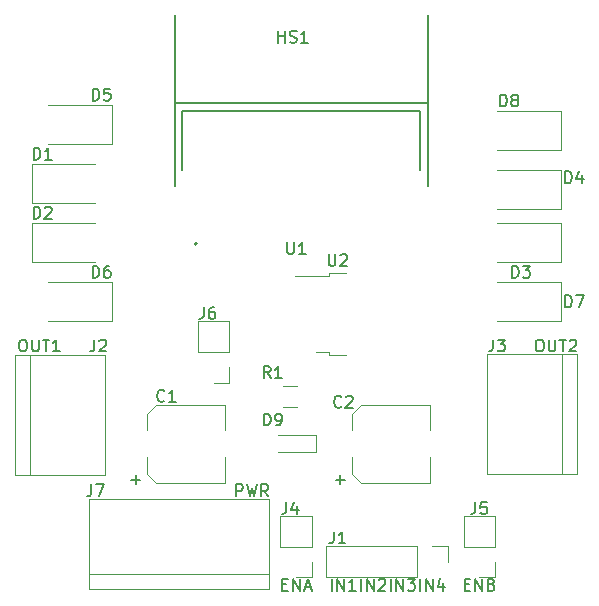
<source format=gbr>
%TF.GenerationSoftware,KiCad,Pcbnew,(5.1.10)-1*%
%TF.CreationDate,2021-10-13T16:11:29-06:00*%
%TF.ProjectId,ReplicaDriverPuenteHL298,5265706c-6963-4614-9472-697665725075,1.0*%
%TF.SameCoordinates,Original*%
%TF.FileFunction,Legend,Top*%
%TF.FilePolarity,Positive*%
%FSLAX46Y46*%
G04 Gerber Fmt 4.6, Leading zero omitted, Abs format (unit mm)*
G04 Created by KiCad (PCBNEW (5.1.10)-1) date 2021-10-13 16:11:29*
%MOMM*%
%LPD*%
G01*
G04 APERTURE LIST*
%ADD10C,0.150000*%
%ADD11C,0.120000*%
%ADD12C,0.127000*%
%ADD13C,0.200000*%
G04 APERTURE END LIST*
D10*
X171023809Y-98702380D02*
X171214285Y-98702380D01*
X171309523Y-98750000D01*
X171404761Y-98845238D01*
X171452380Y-99035714D01*
X171452380Y-99369047D01*
X171404761Y-99559523D01*
X171309523Y-99654761D01*
X171214285Y-99702380D01*
X171023809Y-99702380D01*
X170928571Y-99654761D01*
X170833333Y-99559523D01*
X170785714Y-99369047D01*
X170785714Y-99035714D01*
X170833333Y-98845238D01*
X170928571Y-98750000D01*
X171023809Y-98702380D01*
X171880952Y-98702380D02*
X171880952Y-99511904D01*
X171928571Y-99607142D01*
X171976190Y-99654761D01*
X172071428Y-99702380D01*
X172261904Y-99702380D01*
X172357142Y-99654761D01*
X172404761Y-99607142D01*
X172452380Y-99511904D01*
X172452380Y-98702380D01*
X172785714Y-98702380D02*
X173357142Y-98702380D01*
X173071428Y-99702380D02*
X173071428Y-98702380D01*
X173642857Y-98797619D02*
X173690476Y-98750000D01*
X173785714Y-98702380D01*
X174023809Y-98702380D01*
X174119047Y-98750000D01*
X174166666Y-98797619D01*
X174214285Y-98892857D01*
X174214285Y-98988095D01*
X174166666Y-99130952D01*
X173595238Y-99702380D01*
X174214285Y-99702380D01*
X127273809Y-98702380D02*
X127464285Y-98702380D01*
X127559523Y-98750000D01*
X127654761Y-98845238D01*
X127702380Y-99035714D01*
X127702380Y-99369047D01*
X127654761Y-99559523D01*
X127559523Y-99654761D01*
X127464285Y-99702380D01*
X127273809Y-99702380D01*
X127178571Y-99654761D01*
X127083333Y-99559523D01*
X127035714Y-99369047D01*
X127035714Y-99035714D01*
X127083333Y-98845238D01*
X127178571Y-98750000D01*
X127273809Y-98702380D01*
X128130952Y-98702380D02*
X128130952Y-99511904D01*
X128178571Y-99607142D01*
X128226190Y-99654761D01*
X128321428Y-99702380D01*
X128511904Y-99702380D01*
X128607142Y-99654761D01*
X128654761Y-99607142D01*
X128702380Y-99511904D01*
X128702380Y-98702380D01*
X129035714Y-98702380D02*
X129607142Y-98702380D01*
X129321428Y-99702380D02*
X129321428Y-98702380D01*
X130464285Y-99702380D02*
X129892857Y-99702380D01*
X130178571Y-99702380D02*
X130178571Y-98702380D01*
X130083333Y-98845238D01*
X129988095Y-98940476D01*
X129892857Y-98988095D01*
X145416666Y-111952380D02*
X145416666Y-110952380D01*
X145797619Y-110952380D01*
X145892857Y-111000000D01*
X145940476Y-111047619D01*
X145988095Y-111142857D01*
X145988095Y-111285714D01*
X145940476Y-111380952D01*
X145892857Y-111428571D01*
X145797619Y-111476190D01*
X145416666Y-111476190D01*
X146321428Y-110952380D02*
X146559523Y-111952380D01*
X146750000Y-111238095D01*
X146940476Y-111952380D01*
X147178571Y-110952380D01*
X148130952Y-111952380D02*
X147797619Y-111476190D01*
X147559523Y-111952380D02*
X147559523Y-110952380D01*
X147940476Y-110952380D01*
X148035714Y-111000000D01*
X148083333Y-111047619D01*
X148130952Y-111142857D01*
X148130952Y-111285714D01*
X148083333Y-111380952D01*
X148035714Y-111428571D01*
X147940476Y-111476190D01*
X147559523Y-111476190D01*
X161000000Y-119952380D02*
X161000000Y-118952380D01*
X161476190Y-119952380D02*
X161476190Y-118952380D01*
X162047619Y-119952380D01*
X162047619Y-118952380D01*
X162952380Y-119285714D02*
X162952380Y-119952380D01*
X162714285Y-118904761D02*
X162476190Y-119619047D01*
X163095238Y-119619047D01*
X158500000Y-119952380D02*
X158500000Y-118952380D01*
X158976190Y-119952380D02*
X158976190Y-118952380D01*
X159547619Y-119952380D01*
X159547619Y-118952380D01*
X159928571Y-118952380D02*
X160547619Y-118952380D01*
X160214285Y-119333333D01*
X160357142Y-119333333D01*
X160452380Y-119380952D01*
X160500000Y-119428571D01*
X160547619Y-119523809D01*
X160547619Y-119761904D01*
X160500000Y-119857142D01*
X160452380Y-119904761D01*
X160357142Y-119952380D01*
X160071428Y-119952380D01*
X159976190Y-119904761D01*
X159928571Y-119857142D01*
X156000000Y-119952380D02*
X156000000Y-118952380D01*
X156476190Y-119952380D02*
X156476190Y-118952380D01*
X157047619Y-119952380D01*
X157047619Y-118952380D01*
X157476190Y-119047619D02*
X157523809Y-119000000D01*
X157619047Y-118952380D01*
X157857142Y-118952380D01*
X157952380Y-119000000D01*
X158000000Y-119047619D01*
X158047619Y-119142857D01*
X158047619Y-119238095D01*
X158000000Y-119380952D01*
X157428571Y-119952380D01*
X158047619Y-119952380D01*
X153500000Y-119952380D02*
X153500000Y-118952380D01*
X153976190Y-119952380D02*
X153976190Y-118952380D01*
X154547619Y-119952380D01*
X154547619Y-118952380D01*
X155547619Y-119952380D02*
X154976190Y-119952380D01*
X155261904Y-119952380D02*
X155261904Y-118952380D01*
X155166666Y-119095238D01*
X155071428Y-119190476D01*
X154976190Y-119238095D01*
X164761904Y-119428571D02*
X165095238Y-119428571D01*
X165238095Y-119952380D02*
X164761904Y-119952380D01*
X164761904Y-118952380D01*
X165238095Y-118952380D01*
X165666666Y-119952380D02*
X165666666Y-118952380D01*
X166238095Y-119952380D01*
X166238095Y-118952380D01*
X167047619Y-119428571D02*
X167190476Y-119476190D01*
X167238095Y-119523809D01*
X167285714Y-119619047D01*
X167285714Y-119761904D01*
X167238095Y-119857142D01*
X167190476Y-119904761D01*
X167095238Y-119952380D01*
X166714285Y-119952380D01*
X166714285Y-118952380D01*
X167047619Y-118952380D01*
X167142857Y-119000000D01*
X167190476Y-119047619D01*
X167238095Y-119142857D01*
X167238095Y-119238095D01*
X167190476Y-119333333D01*
X167142857Y-119380952D01*
X167047619Y-119428571D01*
X166714285Y-119428571D01*
X149333333Y-119428571D02*
X149666666Y-119428571D01*
X149809523Y-119952380D02*
X149333333Y-119952380D01*
X149333333Y-118952380D01*
X149809523Y-118952380D01*
X150238095Y-119952380D02*
X150238095Y-118952380D01*
X150809523Y-119952380D01*
X150809523Y-118952380D01*
X151238095Y-119666666D02*
X151714285Y-119666666D01*
X151142857Y-119952380D02*
X151476190Y-118952380D01*
X151809523Y-119952380D01*
%TO.C,HS1*%
X140200000Y-78700000D02*
X140200000Y-71200000D01*
X161700000Y-78700000D02*
X161700000Y-71200000D01*
X140200000Y-78700000D02*
X140200000Y-85700000D01*
X161700000Y-78700000D02*
X161700000Y-85700000D01*
X140200000Y-78700000D02*
X161700000Y-78700000D01*
D11*
%TO.C,C2*%
X161800000Y-110800000D02*
X161800000Y-108620000D01*
X161800000Y-104200000D02*
X161800000Y-106380000D01*
X155200000Y-110040000D02*
X155200000Y-108620000D01*
X155200000Y-104960000D02*
X155200000Y-106380000D01*
X161800000Y-110800000D02*
X155960000Y-110800000D01*
X155960000Y-110800000D02*
X155200000Y-110040000D01*
X155200000Y-104960000D02*
X155960000Y-104200000D01*
X155960000Y-104200000D02*
X161800000Y-104200000D01*
D12*
%TO.C,U1*%
X140790000Y-79370000D02*
X140790000Y-84370000D01*
X160990000Y-84370000D02*
X160990000Y-79370000D01*
X160990000Y-79370000D02*
X140790000Y-79370000D01*
D13*
X142100000Y-90590000D02*
G75*
G03*
X142100000Y-90590000I-100000J0D01*
G01*
D11*
%TO.C,C1*%
X138660000Y-104200000D02*
X144500000Y-104200000D01*
X137900000Y-104960000D02*
X138660000Y-104200000D01*
X138660000Y-110800000D02*
X137900000Y-110040000D01*
X144500000Y-110800000D02*
X138660000Y-110800000D01*
X137900000Y-104960000D02*
X137900000Y-106380000D01*
X137900000Y-110040000D02*
X137900000Y-108620000D01*
X144500000Y-104200000D02*
X144500000Y-106380000D01*
X144500000Y-110800000D02*
X144500000Y-108620000D01*
%TO.C,D1*%
X128100000Y-83850000D02*
X133500000Y-83850000D01*
X128100000Y-87150000D02*
X133500000Y-87150000D01*
X128100000Y-83850000D02*
X128100000Y-87150000D01*
%TO.C,D2*%
X128100000Y-88850000D02*
X128100000Y-92150000D01*
X128100000Y-92150000D02*
X133500000Y-92150000D01*
X128100000Y-88850000D02*
X133500000Y-88850000D01*
%TO.C,D3*%
X172900000Y-92150000D02*
X167500000Y-92150000D01*
X172900000Y-88850000D02*
X167500000Y-88850000D01*
X172900000Y-92150000D02*
X172900000Y-88850000D01*
%TO.C,D4*%
X172900000Y-87650000D02*
X172900000Y-84350000D01*
X172900000Y-84350000D02*
X167500000Y-84350000D01*
X172900000Y-87650000D02*
X167500000Y-87650000D01*
%TO.C,D5*%
X134900000Y-82150000D02*
X129500000Y-82150000D01*
X134900000Y-78850000D02*
X129500000Y-78850000D01*
X134900000Y-82150000D02*
X134900000Y-78850000D01*
%TO.C,D6*%
X134900000Y-97150000D02*
X134900000Y-93850000D01*
X134900000Y-93850000D02*
X129500000Y-93850000D01*
X134900000Y-97150000D02*
X129500000Y-97150000D01*
%TO.C,D7*%
X172900000Y-97150000D02*
X167500000Y-97150000D01*
X172900000Y-93850000D02*
X167500000Y-93850000D01*
X172900000Y-97150000D02*
X172900000Y-93850000D01*
%TO.C,D8*%
X172900000Y-82650000D02*
X172900000Y-79350000D01*
X172900000Y-79350000D02*
X167500000Y-79350000D01*
X172900000Y-82650000D02*
X167500000Y-82650000D01*
%TO.C,D9*%
X152200000Y-108250000D02*
X152200000Y-106750000D01*
X152200000Y-108250000D02*
X149000000Y-108250000D01*
X149000000Y-106750000D02*
X152200000Y-106750000D01*
%TO.C,J1*%
X163330000Y-116170000D02*
X163330000Y-117500000D01*
X162000000Y-116170000D02*
X163330000Y-116170000D01*
X160730000Y-116170000D02*
X160730000Y-118830000D01*
X160730000Y-118830000D02*
X153050000Y-118830000D01*
X160730000Y-116170000D02*
X153050000Y-116170000D01*
X153050000Y-116170000D02*
X153050000Y-118830000D01*
%TO.C,J2*%
X127960000Y-110120000D02*
X127960000Y-99960000D01*
X126690000Y-110120000D02*
X134310000Y-110120000D01*
X134310000Y-110120000D02*
X134310000Y-99960000D01*
X134310000Y-99960000D02*
X126690000Y-99960000D01*
X126690000Y-99960000D02*
X126690000Y-110120000D01*
%TO.C,J3*%
X174310000Y-110040000D02*
X174310000Y-99880000D01*
X166690000Y-110040000D02*
X174310000Y-110040000D01*
X166690000Y-99880000D02*
X166690000Y-110040000D01*
X174310000Y-99880000D02*
X166690000Y-99880000D01*
X173040000Y-99880000D02*
X173040000Y-110040000D01*
%TO.C,J4*%
X151830000Y-118830000D02*
X150500000Y-118830000D01*
X151830000Y-117500000D02*
X151830000Y-118830000D01*
X151830000Y-116230000D02*
X149170000Y-116230000D01*
X149170000Y-116230000D02*
X149170000Y-113630000D01*
X151830000Y-116230000D02*
X151830000Y-113630000D01*
X151830000Y-113630000D02*
X149170000Y-113630000D01*
%TO.C,J5*%
X167330000Y-118830000D02*
X166000000Y-118830000D01*
X167330000Y-117500000D02*
X167330000Y-118830000D01*
X167330000Y-116230000D02*
X164670000Y-116230000D01*
X164670000Y-116230000D02*
X164670000Y-113630000D01*
X167330000Y-116230000D02*
X167330000Y-113630000D01*
X167330000Y-113630000D02*
X164670000Y-113630000D01*
%TO.C,J6*%
X144830000Y-97130000D02*
X142170000Y-97130000D01*
X144830000Y-99730000D02*
X144830000Y-97130000D01*
X142170000Y-99730000D02*
X142170000Y-97130000D01*
X144830000Y-99730000D02*
X142170000Y-99730000D01*
X144830000Y-101000000D02*
X144830000Y-102330000D01*
X144830000Y-102330000D02*
X143500000Y-102330000D01*
%TO.C,J7*%
X132960000Y-119810000D02*
X148200000Y-119810000D01*
X132960000Y-112190000D02*
X148200000Y-112190000D01*
X132960000Y-118540000D02*
X148200000Y-118540000D01*
X148200000Y-119810000D02*
X148200000Y-112190000D01*
X132960000Y-119810000D02*
X132960000Y-112190000D01*
%TO.C,R1*%
X150600000Y-104380000D02*
X149400000Y-104380000D01*
X149400000Y-102620000D02*
X150600000Y-102620000D01*
%TO.C,U2*%
X153255000Y-99705000D02*
X152155000Y-99705000D01*
X153255000Y-99975000D02*
X153255000Y-99705000D01*
X154755000Y-99975000D02*
X153255000Y-99975000D01*
X153255000Y-93345000D02*
X150425000Y-93345000D01*
X153255000Y-93075000D02*
X153255000Y-93345000D01*
X154755000Y-93075000D02*
X153255000Y-93075000D01*
%TO.C,HS1*%
D10*
X148961904Y-73552380D02*
X148961904Y-72552380D01*
X148961904Y-73028571D02*
X149533333Y-73028571D01*
X149533333Y-73552380D02*
X149533333Y-72552380D01*
X149961904Y-73504761D02*
X150104761Y-73552380D01*
X150342857Y-73552380D01*
X150438095Y-73504761D01*
X150485714Y-73457142D01*
X150533333Y-73361904D01*
X150533333Y-73266666D01*
X150485714Y-73171428D01*
X150438095Y-73123809D01*
X150342857Y-73076190D01*
X150152380Y-73028571D01*
X150057142Y-72980952D01*
X150009523Y-72933333D01*
X149961904Y-72838095D01*
X149961904Y-72742857D01*
X150009523Y-72647619D01*
X150057142Y-72600000D01*
X150152380Y-72552380D01*
X150390476Y-72552380D01*
X150533333Y-72600000D01*
X151485714Y-73552380D02*
X150914285Y-73552380D01*
X151200000Y-73552380D02*
X151200000Y-72552380D01*
X151104761Y-72695238D01*
X151009523Y-72790476D01*
X150914285Y-72838095D01*
%TO.C,C2*%
X154333333Y-104357142D02*
X154285714Y-104404761D01*
X154142857Y-104452380D01*
X154047619Y-104452380D01*
X153904761Y-104404761D01*
X153809523Y-104309523D01*
X153761904Y-104214285D01*
X153714285Y-104023809D01*
X153714285Y-103880952D01*
X153761904Y-103690476D01*
X153809523Y-103595238D01*
X153904761Y-103500000D01*
X154047619Y-103452380D01*
X154142857Y-103452380D01*
X154285714Y-103500000D01*
X154333333Y-103547619D01*
X154714285Y-103547619D02*
X154761904Y-103500000D01*
X154857142Y-103452380D01*
X155095238Y-103452380D01*
X155190476Y-103500000D01*
X155238095Y-103547619D01*
X155285714Y-103642857D01*
X155285714Y-103738095D01*
X155238095Y-103880952D01*
X154666666Y-104452380D01*
X155285714Y-104452380D01*
X153839047Y-110581428D02*
X154600952Y-110581428D01*
X154220000Y-110962380D02*
X154220000Y-110200476D01*
%TO.C,U1*%
X149738095Y-90452380D02*
X149738095Y-91261904D01*
X149785714Y-91357142D01*
X149833333Y-91404761D01*
X149928571Y-91452380D01*
X150119047Y-91452380D01*
X150214285Y-91404761D01*
X150261904Y-91357142D01*
X150309523Y-91261904D01*
X150309523Y-90452380D01*
X151309523Y-91452380D02*
X150738095Y-91452380D01*
X151023809Y-91452380D02*
X151023809Y-90452380D01*
X150928571Y-90595238D01*
X150833333Y-90690476D01*
X150738095Y-90738095D01*
%TO.C,C1*%
X139333333Y-103857142D02*
X139285714Y-103904761D01*
X139142857Y-103952380D01*
X139047619Y-103952380D01*
X138904761Y-103904761D01*
X138809523Y-103809523D01*
X138761904Y-103714285D01*
X138714285Y-103523809D01*
X138714285Y-103380952D01*
X138761904Y-103190476D01*
X138809523Y-103095238D01*
X138904761Y-103000000D01*
X139047619Y-102952380D01*
X139142857Y-102952380D01*
X139285714Y-103000000D01*
X139333333Y-103047619D01*
X140285714Y-103952380D02*
X139714285Y-103952380D01*
X140000000Y-103952380D02*
X140000000Y-102952380D01*
X139904761Y-103095238D01*
X139809523Y-103190476D01*
X139714285Y-103238095D01*
X136539047Y-110581428D02*
X137300952Y-110581428D01*
X136920000Y-110962380D02*
X136920000Y-110200476D01*
%TO.C,D1*%
X128261904Y-83452380D02*
X128261904Y-82452380D01*
X128500000Y-82452380D01*
X128642857Y-82500000D01*
X128738095Y-82595238D01*
X128785714Y-82690476D01*
X128833333Y-82880952D01*
X128833333Y-83023809D01*
X128785714Y-83214285D01*
X128738095Y-83309523D01*
X128642857Y-83404761D01*
X128500000Y-83452380D01*
X128261904Y-83452380D01*
X129785714Y-83452380D02*
X129214285Y-83452380D01*
X129500000Y-83452380D02*
X129500000Y-82452380D01*
X129404761Y-82595238D01*
X129309523Y-82690476D01*
X129214285Y-82738095D01*
%TO.C,D2*%
X128261904Y-88452380D02*
X128261904Y-87452380D01*
X128500000Y-87452380D01*
X128642857Y-87500000D01*
X128738095Y-87595238D01*
X128785714Y-87690476D01*
X128833333Y-87880952D01*
X128833333Y-88023809D01*
X128785714Y-88214285D01*
X128738095Y-88309523D01*
X128642857Y-88404761D01*
X128500000Y-88452380D01*
X128261904Y-88452380D01*
X129214285Y-87547619D02*
X129261904Y-87500000D01*
X129357142Y-87452380D01*
X129595238Y-87452380D01*
X129690476Y-87500000D01*
X129738095Y-87547619D01*
X129785714Y-87642857D01*
X129785714Y-87738095D01*
X129738095Y-87880952D01*
X129166666Y-88452380D01*
X129785714Y-88452380D01*
%TO.C,D3*%
X168761904Y-93452380D02*
X168761904Y-92452380D01*
X169000000Y-92452380D01*
X169142857Y-92500000D01*
X169238095Y-92595238D01*
X169285714Y-92690476D01*
X169333333Y-92880952D01*
X169333333Y-93023809D01*
X169285714Y-93214285D01*
X169238095Y-93309523D01*
X169142857Y-93404761D01*
X169000000Y-93452380D01*
X168761904Y-93452380D01*
X169666666Y-92452380D02*
X170285714Y-92452380D01*
X169952380Y-92833333D01*
X170095238Y-92833333D01*
X170190476Y-92880952D01*
X170238095Y-92928571D01*
X170285714Y-93023809D01*
X170285714Y-93261904D01*
X170238095Y-93357142D01*
X170190476Y-93404761D01*
X170095238Y-93452380D01*
X169809523Y-93452380D01*
X169714285Y-93404761D01*
X169666666Y-93357142D01*
%TO.C,D4*%
X173261904Y-85452380D02*
X173261904Y-84452380D01*
X173500000Y-84452380D01*
X173642857Y-84500000D01*
X173738095Y-84595238D01*
X173785714Y-84690476D01*
X173833333Y-84880952D01*
X173833333Y-85023809D01*
X173785714Y-85214285D01*
X173738095Y-85309523D01*
X173642857Y-85404761D01*
X173500000Y-85452380D01*
X173261904Y-85452380D01*
X174690476Y-84785714D02*
X174690476Y-85452380D01*
X174452380Y-84404761D02*
X174214285Y-85119047D01*
X174833333Y-85119047D01*
%TO.C,D5*%
X133261904Y-78452380D02*
X133261904Y-77452380D01*
X133500000Y-77452380D01*
X133642857Y-77500000D01*
X133738095Y-77595238D01*
X133785714Y-77690476D01*
X133833333Y-77880952D01*
X133833333Y-78023809D01*
X133785714Y-78214285D01*
X133738095Y-78309523D01*
X133642857Y-78404761D01*
X133500000Y-78452380D01*
X133261904Y-78452380D01*
X134738095Y-77452380D02*
X134261904Y-77452380D01*
X134214285Y-77928571D01*
X134261904Y-77880952D01*
X134357142Y-77833333D01*
X134595238Y-77833333D01*
X134690476Y-77880952D01*
X134738095Y-77928571D01*
X134785714Y-78023809D01*
X134785714Y-78261904D01*
X134738095Y-78357142D01*
X134690476Y-78404761D01*
X134595238Y-78452380D01*
X134357142Y-78452380D01*
X134261904Y-78404761D01*
X134214285Y-78357142D01*
%TO.C,D6*%
X133261904Y-93452380D02*
X133261904Y-92452380D01*
X133500000Y-92452380D01*
X133642857Y-92500000D01*
X133738095Y-92595238D01*
X133785714Y-92690476D01*
X133833333Y-92880952D01*
X133833333Y-93023809D01*
X133785714Y-93214285D01*
X133738095Y-93309523D01*
X133642857Y-93404761D01*
X133500000Y-93452380D01*
X133261904Y-93452380D01*
X134690476Y-92452380D02*
X134500000Y-92452380D01*
X134404761Y-92500000D01*
X134357142Y-92547619D01*
X134261904Y-92690476D01*
X134214285Y-92880952D01*
X134214285Y-93261904D01*
X134261904Y-93357142D01*
X134309523Y-93404761D01*
X134404761Y-93452380D01*
X134595238Y-93452380D01*
X134690476Y-93404761D01*
X134738095Y-93357142D01*
X134785714Y-93261904D01*
X134785714Y-93023809D01*
X134738095Y-92928571D01*
X134690476Y-92880952D01*
X134595238Y-92833333D01*
X134404761Y-92833333D01*
X134309523Y-92880952D01*
X134261904Y-92928571D01*
X134214285Y-93023809D01*
%TO.C,D7*%
X173261904Y-95952380D02*
X173261904Y-94952380D01*
X173500000Y-94952380D01*
X173642857Y-95000000D01*
X173738095Y-95095238D01*
X173785714Y-95190476D01*
X173833333Y-95380952D01*
X173833333Y-95523809D01*
X173785714Y-95714285D01*
X173738095Y-95809523D01*
X173642857Y-95904761D01*
X173500000Y-95952380D01*
X173261904Y-95952380D01*
X174166666Y-94952380D02*
X174833333Y-94952380D01*
X174404761Y-95952380D01*
%TO.C,D8*%
X167761904Y-78952380D02*
X167761904Y-77952380D01*
X168000000Y-77952380D01*
X168142857Y-78000000D01*
X168238095Y-78095238D01*
X168285714Y-78190476D01*
X168333333Y-78380952D01*
X168333333Y-78523809D01*
X168285714Y-78714285D01*
X168238095Y-78809523D01*
X168142857Y-78904761D01*
X168000000Y-78952380D01*
X167761904Y-78952380D01*
X168904761Y-78380952D02*
X168809523Y-78333333D01*
X168761904Y-78285714D01*
X168714285Y-78190476D01*
X168714285Y-78142857D01*
X168761904Y-78047619D01*
X168809523Y-78000000D01*
X168904761Y-77952380D01*
X169095238Y-77952380D01*
X169190476Y-78000000D01*
X169238095Y-78047619D01*
X169285714Y-78142857D01*
X169285714Y-78190476D01*
X169238095Y-78285714D01*
X169190476Y-78333333D01*
X169095238Y-78380952D01*
X168904761Y-78380952D01*
X168809523Y-78428571D01*
X168761904Y-78476190D01*
X168714285Y-78571428D01*
X168714285Y-78761904D01*
X168761904Y-78857142D01*
X168809523Y-78904761D01*
X168904761Y-78952380D01*
X169095238Y-78952380D01*
X169190476Y-78904761D01*
X169238095Y-78857142D01*
X169285714Y-78761904D01*
X169285714Y-78571428D01*
X169238095Y-78476190D01*
X169190476Y-78428571D01*
X169095238Y-78380952D01*
%TO.C,D9*%
X147761904Y-105952380D02*
X147761904Y-104952380D01*
X148000000Y-104952380D01*
X148142857Y-105000000D01*
X148238095Y-105095238D01*
X148285714Y-105190476D01*
X148333333Y-105380952D01*
X148333333Y-105523809D01*
X148285714Y-105714285D01*
X148238095Y-105809523D01*
X148142857Y-105904761D01*
X148000000Y-105952380D01*
X147761904Y-105952380D01*
X148809523Y-105952380D02*
X149000000Y-105952380D01*
X149095238Y-105904761D01*
X149142857Y-105857142D01*
X149238095Y-105714285D01*
X149285714Y-105523809D01*
X149285714Y-105142857D01*
X149238095Y-105047619D01*
X149190476Y-105000000D01*
X149095238Y-104952380D01*
X148904761Y-104952380D01*
X148809523Y-105000000D01*
X148761904Y-105047619D01*
X148714285Y-105142857D01*
X148714285Y-105380952D01*
X148761904Y-105476190D01*
X148809523Y-105523809D01*
X148904761Y-105571428D01*
X149095238Y-105571428D01*
X149190476Y-105523809D01*
X149238095Y-105476190D01*
X149285714Y-105380952D01*
%TO.C,J1*%
X153666666Y-114952380D02*
X153666666Y-115666666D01*
X153619047Y-115809523D01*
X153523809Y-115904761D01*
X153380952Y-115952380D01*
X153285714Y-115952380D01*
X154666666Y-115952380D02*
X154095238Y-115952380D01*
X154380952Y-115952380D02*
X154380952Y-114952380D01*
X154285714Y-115095238D01*
X154190476Y-115190476D01*
X154095238Y-115238095D01*
%TO.C,J2*%
X133416666Y-98702380D02*
X133416666Y-99416666D01*
X133369047Y-99559523D01*
X133273809Y-99654761D01*
X133130952Y-99702380D01*
X133035714Y-99702380D01*
X133845238Y-98797619D02*
X133892857Y-98750000D01*
X133988095Y-98702380D01*
X134226190Y-98702380D01*
X134321428Y-98750000D01*
X134369047Y-98797619D01*
X134416666Y-98892857D01*
X134416666Y-98988095D01*
X134369047Y-99130952D01*
X133797619Y-99702380D01*
X134416666Y-99702380D01*
%TO.C,J3*%
X167166666Y-98702380D02*
X167166666Y-99416666D01*
X167119047Y-99559523D01*
X167023809Y-99654761D01*
X166880952Y-99702380D01*
X166785714Y-99702380D01*
X167547619Y-98702380D02*
X168166666Y-98702380D01*
X167833333Y-99083333D01*
X167976190Y-99083333D01*
X168071428Y-99130952D01*
X168119047Y-99178571D01*
X168166666Y-99273809D01*
X168166666Y-99511904D01*
X168119047Y-99607142D01*
X168071428Y-99654761D01*
X167976190Y-99702380D01*
X167690476Y-99702380D01*
X167595238Y-99654761D01*
X167547619Y-99607142D01*
%TO.C,J4*%
X149666666Y-112452380D02*
X149666666Y-113166666D01*
X149619047Y-113309523D01*
X149523809Y-113404761D01*
X149380952Y-113452380D01*
X149285714Y-113452380D01*
X150571428Y-112785714D02*
X150571428Y-113452380D01*
X150333333Y-112404761D02*
X150095238Y-113119047D01*
X150714285Y-113119047D01*
%TO.C,J5*%
X165666666Y-112452380D02*
X165666666Y-113166666D01*
X165619047Y-113309523D01*
X165523809Y-113404761D01*
X165380952Y-113452380D01*
X165285714Y-113452380D01*
X166619047Y-112452380D02*
X166142857Y-112452380D01*
X166095238Y-112928571D01*
X166142857Y-112880952D01*
X166238095Y-112833333D01*
X166476190Y-112833333D01*
X166571428Y-112880952D01*
X166619047Y-112928571D01*
X166666666Y-113023809D01*
X166666666Y-113261904D01*
X166619047Y-113357142D01*
X166571428Y-113404761D01*
X166476190Y-113452380D01*
X166238095Y-113452380D01*
X166142857Y-113404761D01*
X166095238Y-113357142D01*
%TO.C,J6*%
X142666666Y-95952380D02*
X142666666Y-96666666D01*
X142619047Y-96809523D01*
X142523809Y-96904761D01*
X142380952Y-96952380D01*
X142285714Y-96952380D01*
X143571428Y-95952380D02*
X143380952Y-95952380D01*
X143285714Y-96000000D01*
X143238095Y-96047619D01*
X143142857Y-96190476D01*
X143095238Y-96380952D01*
X143095238Y-96761904D01*
X143142857Y-96857142D01*
X143190476Y-96904761D01*
X143285714Y-96952380D01*
X143476190Y-96952380D01*
X143571428Y-96904761D01*
X143619047Y-96857142D01*
X143666666Y-96761904D01*
X143666666Y-96523809D01*
X143619047Y-96428571D01*
X143571428Y-96380952D01*
X143476190Y-96333333D01*
X143285714Y-96333333D01*
X143190476Y-96380952D01*
X143142857Y-96428571D01*
X143095238Y-96523809D01*
%TO.C,J7*%
X133166666Y-110952380D02*
X133166666Y-111666666D01*
X133119047Y-111809523D01*
X133023809Y-111904761D01*
X132880952Y-111952380D01*
X132785714Y-111952380D01*
X133547619Y-110952380D02*
X134214285Y-110952380D01*
X133785714Y-111952380D01*
%TO.C,R1*%
X148333333Y-101952380D02*
X148000000Y-101476190D01*
X147761904Y-101952380D02*
X147761904Y-100952380D01*
X148142857Y-100952380D01*
X148238095Y-101000000D01*
X148285714Y-101047619D01*
X148333333Y-101142857D01*
X148333333Y-101285714D01*
X148285714Y-101380952D01*
X148238095Y-101428571D01*
X148142857Y-101476190D01*
X147761904Y-101476190D01*
X149285714Y-101952380D02*
X148714285Y-101952380D01*
X149000000Y-101952380D02*
X149000000Y-100952380D01*
X148904761Y-101095238D01*
X148809523Y-101190476D01*
X148714285Y-101238095D01*
%TO.C,U2*%
X153238095Y-91452380D02*
X153238095Y-92261904D01*
X153285714Y-92357142D01*
X153333333Y-92404761D01*
X153428571Y-92452380D01*
X153619047Y-92452380D01*
X153714285Y-92404761D01*
X153761904Y-92357142D01*
X153809523Y-92261904D01*
X153809523Y-91452380D01*
X154238095Y-91547619D02*
X154285714Y-91500000D01*
X154380952Y-91452380D01*
X154619047Y-91452380D01*
X154714285Y-91500000D01*
X154761904Y-91547619D01*
X154809523Y-91642857D01*
X154809523Y-91738095D01*
X154761904Y-91880952D01*
X154190476Y-92452380D01*
X154809523Y-92452380D01*
%TD*%
M02*

</source>
